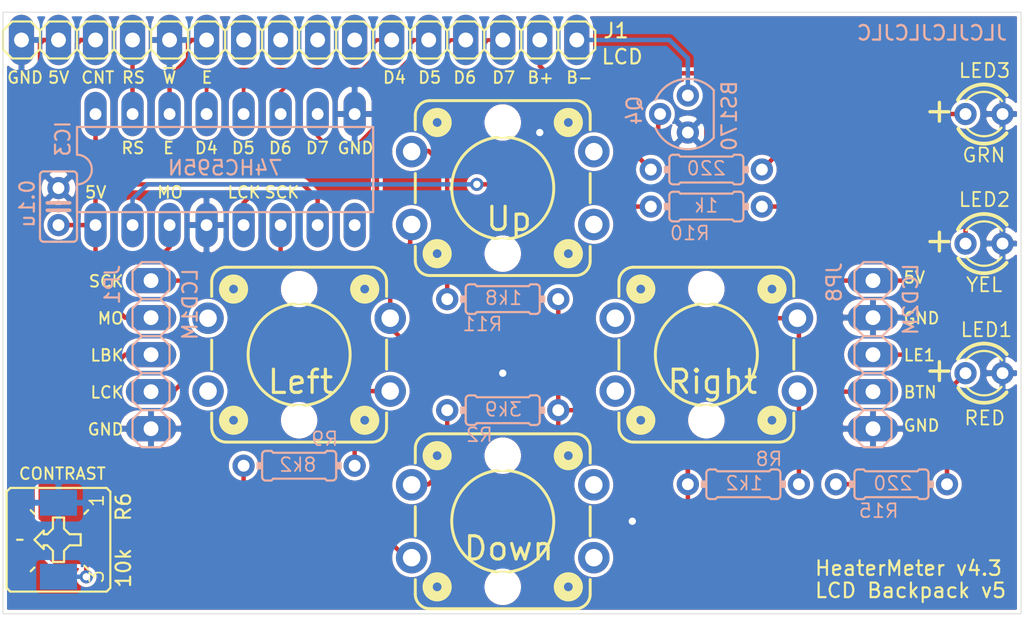
<source format=kicad_pcb>
(kicad_pcb (version 20171130) (host pcbnew "(5.1.8)-1")
  (layers (0 Top signal) (31 Bottom signal) (34 B.Paste user) (35 F.Paste user) (36 B.SilkS user) (37 F.SilkS user) (38 B.Mask user) (39 F.Mask user) (44 Edge.Cuts user))
  (net 0 "")
  (net 1 GND)
  (net 2 +5V)
  (net 3 "Net-(IC3-Pad15)")
  (net 4 /MOSI)
  (net 5 /LCD_CLK)
  (net 6 /SCK)
  (net 7 "Net-(IC3-Pad9)")
  (net 8 /D5)
  (net 9 /D6)
  (net 10 /D4)
  (net 11 /E)
  (net 12 /D7)
  (net 13 /RS)
  (net 14 "Net-(IC3-Pad1)")
  (net 15 /BKLT_GND)
  (net 16 "Net-(J1-Pad10)")
  (net 17 "Net-(J1-Pad9)")
  (net 18 "Net-(J1-Pad8)")
  (net 19 "Net-(J1-Pad7)")
  (net 20 "Net-(J1-Pad3)")
  (net 21 /LCD_BKLT)
  (net 22 /BUTTONS)
  (net 23 /LED1)
  (net 24 "Net-(LED1-PadA)")
  (net 25 "Net-(LED2-PadA)")
  (net 26 "Net-(LED3-PadA)")
  (net 27 "Net-(R2-Pad1)")
  (net 28 "Net-(R8-Pad1)")
  (net 29 "Net-(R9-Pad1)")
  (net 30 "Net-(R11-Pad1)")
  (net 31 "Net-(S1-Pad2)")
  (net 32 "Net-(S1-Pad4)")
  (net 33 "Net-(S2-Pad2)")
  (net 34 "Net-(S2-Pad4)")
  (net 35 "Net-(S3-Pad2)")
  (net 36 "Net-(S3-Pad4)")
  (net 37 "Net-(S4-Pad2)")
  (net 38 "Net-(S4-Pad4)")
  (module LED3MM (layer Top) (at 180.8861 91.3511)
    (fp_text reference LED3 (at -1.8161 -2.413) (layer F.SilkS) (effects (font (size 0.9652 0.9652) (thickness 0.125476)) (justify left bottom)))
    (fp_text value GRN (at -1.5621 3.3909) (layer F.SilkS) (effects (font (size 0.9652 0.9652) (thickness 0.125476)) (justify left bottom)))
    (pad K thru_hole circle (at 1.27 0 45) (size 1.524 1.524) (drill 0.8128) (layers *.Cu *.Mask) (net 1 GND))
    (pad A thru_hole circle (at -1.27 0) (size 1.524 1.524) (drill 0.8128) (layers *.Cu *.Mask) (net 26 "Net-(LED3-PadA)"))
  )
  (module 0204_7 (layer Bottom) (at 133.8961 115.4811 180)
    (fp_text reference R9 (at -2.7559 1.2954) (layer B.SilkS) (effects (font (size 0.94107 0.94107) (thickness 0.122339)) (justify left bottom mirror)))
    (fp_text value 8k2 (at -1.27 -0.4826) (layer B.SilkS) (effects (font (size 0.94107 0.94107) (thickness 0.122339)) (justify left bottom mirror)))
    (pad 2 thru_hole circle (at 3.81 0 180) (size 1.524 1.524) (drill 0.8128) (layers *.Cu *.Mask) (net 2 +5V))
    (pad 1 thru_hole circle (at -3.81 0 180) (size 1.524 1.524) (drill 0.8128) (layers *.Cu *.Mask) (net 29 "Net-(R9-Pad1)"))
  )
  (module C025-025X050 (layer Bottom) (at 117.3861 97.7011 90)
    (fp_text reference C10 hide)
    (fp_text value 0.1u (at 1.9431 -1.5621 90) (layer B.SilkS) (effects (justify left bottom mirror)))
    (pad 1 thru_hole circle (at -1.27 0 90) (size 1.524 1.524) (drill 0.8128) (layers *.Cu *.Mask) (net 2 +5V))
    (pad 2 thru_hole circle (at 1.27 0 90) (size 1.524 1.524) (drill 0.8128) (layers *.Cu *.Mask) (net 1 GND))
  )
  (module 1X16 (layer Top) (at 133.8961 86.2711)
    (fp_text reference J1 (at 20.7899 -0.0508) (layer F.SilkS) (effects (justify left bottom)))
    (fp_text value LCD (at 20.6629 1.7399) (layer F.SilkS) (effects (justify left bottom)))
    (pad 16 thru_hole oval (at 19.05 0 90) (size 3.4544 1.7272) (drill 1.016) (layers *.Cu *.Mask) (net 15 /BKLT_GND))
    (pad 15 thru_hole oval (at 16.51 0 90) (size 3.4544 1.7272) (drill 1.016) (layers *.Cu *.Mask) (net 2 +5V))
    (pad 14 thru_hole oval (at 13.97 0 90) (size 3.4544 1.7272) (drill 1.016) (layers *.Cu *.Mask) (net 12 /D7))
    (pad 13 thru_hole oval (at 11.43 0 90) (size 3.4544 1.7272) (drill 1.016) (layers *.Cu *.Mask) (net 9 /D6))
    (pad 12 thru_hole oval (at 8.89 0 90) (size 3.4544 1.7272) (drill 1.016) (layers *.Cu *.Mask) (net 8 /D5))
    (pad 11 thru_hole oval (at 6.35 0 90) (size 3.4544 1.7272) (drill 1.016) (layers *.Cu *.Mask) (net 10 /D4))
    (pad 10 thru_hole oval (at 3.81 0 90) (size 3.4544 1.7272) (drill 1.016) (layers *.Cu *.Mask) (net 16 "Net-(J1-Pad10)"))
    (pad 9 thru_hole oval (at 1.27 0 90) (size 3.4544 1.7272) (drill 1.016) (layers *.Cu *.Mask) (net 17 "Net-(J1-Pad9)"))
    (pad 8 thru_hole oval (at -1.27 0 90) (size 3.4544 1.7272) (drill 1.016) (layers *.Cu *.Mask) (net 18 "Net-(J1-Pad8)"))
    (pad 7 thru_hole oval (at -3.81 0 90) (size 3.4544 1.7272) (drill 1.016) (layers *.Cu *.Mask) (net 19 "Net-(J1-Pad7)"))
    (pad 6 thru_hole oval (at -6.35 0 90) (size 3.4544 1.7272) (drill 1.016) (layers *.Cu *.Mask) (net 11 /E))
    (pad 5 thru_hole oval (at -8.89 0 90) (size 3.4544 1.7272) (drill 1.016) (layers *.Cu *.Mask) (net 1 GND))
    (pad 4 thru_hole oval (at -11.43 0 90) (size 3.4544 1.7272) (drill 1.016) (layers *.Cu *.Mask) (net 13 /RS))
    (pad 3 thru_hole oval (at -13.97 0 90) (size 3.4544 1.7272) (drill 1.016) (layers *.Cu *.Mask) (net 20 "Net-(J1-Pad3)"))
    (pad 2 thru_hole oval (at -16.51 0 90) (size 3.4544 1.7272) (drill 1.016) (layers *.Cu *.Mask) (net 2 +5V))
    (pad 1 thru_hole oval (at -19.05 0 90) (size 3.4544 1.7272) (drill 1.016) (layers *.Cu *.Mask) (net 1 GND))
  )
  (module DIL16 (layer Bottom) (at 128.8161 95.1611)
    (fp_text reference IC3 (at -10.541 -3.429 90) (layer B.SilkS) (effects (justify left bottom mirror)))
    (fp_text value 74HC595N (at 4.0259 0.4699) (layer B.SilkS) (effects (justify left bottom mirror)))
    (pad 16 thru_hole oval (at -8.89 3.81 270) (size 3.048 1.524) (drill 0.8128) (layers *.Cu *.Mask) (net 2 +5V))
    (pad 15 thru_hole oval (at -6.35 3.81 270) (size 3.048 1.524) (drill 0.8128) (layers *.Cu *.Mask) (net 3 "Net-(IC3-Pad15)"))
    (pad 14 thru_hole oval (at -3.81 3.81 270) (size 3.048 1.524) (drill 0.8128) (layers *.Cu *.Mask) (net 4 /MOSI))
    (pad 13 thru_hole oval (at -1.27 3.81 270) (size 3.048 1.524) (drill 0.8128) (layers *.Cu *.Mask) (net 1 GND))
    (pad 12 thru_hole oval (at 1.27 3.81 270) (size 3.048 1.524) (drill 0.8128) (layers *.Cu *.Mask) (net 5 /LCD_CLK))
    (pad 11 thru_hole oval (at 3.81 3.81 270) (size 3.048 1.524) (drill 0.8128) (layers *.Cu *.Mask) (net 6 /SCK))
    (pad 10 thru_hole oval (at 6.35 3.81 270) (size 3.048 1.524) (drill 0.8128) (layers *.Cu *.Mask) (net 2 +5V))
    (pad 9 thru_hole oval (at 8.89 3.81 270) (size 3.048 1.524) (drill 0.8128) (layers *.Cu *.Mask) (net 7 "Net-(IC3-Pad9)"))
    (pad 5 thru_hole oval (at 1.27 -3.81 270) (size 3.048 1.524) (drill 0.8128) (layers *.Cu *.Mask) (net 8 /D5))
    (pad 6 thru_hole oval (at 3.81 -3.81 270) (size 3.048 1.524) (drill 0.8128) (layers *.Cu *.Mask) (net 9 /D6))
    (pad 4 thru_hole oval (at -1.27 -3.81 270) (size 3.048 1.524) (drill 0.8128) (layers *.Cu *.Mask) (net 10 /D4))
    (pad 3 thru_hole oval (at -3.81 -3.81 270) (size 3.048 1.524) (drill 0.8128) (layers *.Cu *.Mask) (net 11 /E))
    (pad 8 thru_hole oval (at 8.89 -3.81 270) (size 3.048 1.524) (drill 0.8128) (layers *.Cu *.Mask) (net 1 GND))
    (pad 7 thru_hole oval (at 6.35 -3.81 270) (size 3.048 1.524) (drill 0.8128) (layers *.Cu *.Mask) (net 12 /D7))
    (pad 2 thru_hole oval (at -6.35 -3.81 270) (size 3.048 1.524) (drill 0.8128) (layers *.Cu *.Mask) (net 13 /RS))
    (pad 1 thru_hole oval (at -8.89 -3.81 270) (size 3.048 1.524) (drill 0.8128) (layers *.Cu *.Mask) (net 14 "Net-(IC3-Pad1)"))
  )
  (module 0204_7 (layer Bottom) (at 161.8361 97.7011)
    (fp_text reference R10 (at -2.5781 2.3749) (layer B.SilkS) (effects (font (size 0.94107 0.94107) (thickness 0.122339)) (justify right bottom mirror)))
    (fp_text value 1k (at -0.9271 0.479779) (layer B.SilkS) (effects (font (size 0.94107 0.94107) (thickness 0.122339)) (justify right bottom mirror)))
    (pad 2 thru_hole circle (at 3.81 0) (size 1.524 1.524) (drill 0.8128) (layers *.Cu *.Mask) (net 25 "Net-(LED2-PadA)"))
    (pad 1 thru_hole circle (at -3.81 0) (size 1.524 1.524) (drill 0.8128) (layers *.Cu *.Mask) (net 3 "Net-(IC3-Pad15)"))
  )
  (module LED3MM (layer Top) (at 180.8861 100.2411)
    (fp_text reference LED2 (at -1.8161 -2.4511) (layer F.SilkS) (effects (font (size 0.9652 0.9652) (thickness 0.125476)) (justify left bottom)))
    (fp_text value YEL (at -1.3081 3.3909) (layer F.SilkS) (effects (font (size 0.9652 0.9652) (thickness 0.125476)) (justify left bottom)))
    (pad K thru_hole circle (at 1.27 0 45) (size 1.524 1.524) (drill 0.8128) (layers *.Cu *.Mask) (net 1 GND))
    (pad A thru_hole circle (at -1.27 0) (size 1.524 1.524) (drill 0.8128) (layers *.Cu *.Mask) (net 25 "Net-(LED2-PadA)"))
  )
  (module 0204_7 (layer Bottom) (at 161.8361 95.1611)
    (fp_text reference R12 hide)
    (fp_text value 220 (at -1.4351 0.4699) (layer B.SilkS) (effects (font (size 0.94107 0.94107) (thickness 0.122339)) (justify right bottom mirror)))
    (pad 2 thru_hole circle (at 3.81 0) (size 1.524 1.524) (drill 0.8128) (layers *.Cu *.Mask) (net 26 "Net-(LED3-PadA)"))
    (pad 1 thru_hole circle (at -3.81 0) (size 1.524 1.524) (drill 0.8128) (layers *.Cu *.Mask) (net 14 "Net-(IC3-Pad1)"))
  )
  (module SOT54E (layer Bottom) (at 160.5661 91.3511 270)
    (fp_text reference Q4 (at 0.8509 3.0861 90) (layer B.SilkS) (effects (justify right bottom mirror)))
    (fp_text value BS170 (at 2.6289 -3.429 90) (layer B.SilkS) (effects (justify right bottom mirror)))
    (pad S thru_hole circle (at 1.27 0 270) (size 1.524 1.524) (drill 0.8128) (layers *.Cu *.Mask) (net 1 GND))
    (pad G thru_hole circle (at 0 1.905 270) (size 1.524 1.524) (drill 0.8128) (layers *.Cu *.Mask) (net 21 /LCD_BKLT))
    (pad D thru_hole circle (at -1.27 0 270) (size 1.524 1.524) (drill 0.8128) (layers *.Cu *.Mask) (net 15 /BKLT_GND))
  )
  (module 0204_7 (layer Bottom) (at 164.3761 116.7511 180)
    (fp_text reference R8 (at -2.7559 1.1811) (layer B.SilkS) (effects (font (size 0.94107 0.94107) (thickness 0.122339)) (justify left bottom mirror)))
    (fp_text value 1k2 (at 1.3081 -0.4826) (layer B.SilkS) (effects (font (size 0.94107 0.94107) (thickness 0.122339)) (justify right bottom mirror)))
    (pad 2 thru_hole circle (at 3.81 0 180) (size 1.524 1.524) (drill 0.8128) (layers *.Cu *.Mask) (net 2 +5V))
    (pad 1 thru_hole circle (at -3.81 0 180) (size 1.524 1.524) (drill 0.8128) (layers *.Cu *.Mask) (net 28 "Net-(R8-Pad1)"))
  )
  (module 0204_7 (layer Bottom) (at 147.8661 104.0511)
    (fp_text reference R11 (at -2.837077 2.26419) (layer B.SilkS) (effects (font (size 0.94107 0.94107) (thickness 0.122339)) (justify right bottom mirror)))
    (fp_text value 1k8 (at -1.3081 0.4699) (layer B.SilkS) (effects (font (size 0.94107 0.94107) (thickness 0.122339)) (justify right bottom mirror)))
    (pad 2 thru_hole circle (at 3.81 0) (size 1.524 1.524) (drill 0.8128) (layers *.Cu *.Mask) (net 2 +5V))
    (pad 1 thru_hole circle (at -3.81 0) (size 1.524 1.524) (drill 0.8128) (layers *.Cu *.Mask) (net 30 "Net-(R11-Pad1)"))
  )
  (module 0204_7 (layer Bottom) (at 147.8661 111.6711)
    (fp_text reference R2 (at -2.602895 2.243406) (layer B.SilkS) (effects (font (size 0.94107 0.94107) (thickness 0.122339)) (justify right bottom mirror)))
    (fp_text value 3k9 (at -1.322123 0.49948) (layer B.SilkS) (effects (font (size 0.94107 0.94107) (thickness 0.122339)) (justify right bottom mirror)))
    (pad 2 thru_hole circle (at 3.81 0) (size 1.524 1.524) (drill 0.8128) (layers *.Cu *.Mask) (net 2 +5V))
    (pad 1 thru_hole circle (at -3.81 0) (size 1.524 1.524) (drill 0.8128) (layers *.Cu *.Mask) (net 27 "Net-(R2-Pad1)"))
  )
  (module 0204_7 (layer Bottom) (at 174.5361 116.7511)
    (fp_text reference R15 (at -2.3241 2.3749) (layer B.SilkS) (effects (font (size 0.94107 0.94107) (thickness 0.122339)) (justify right bottom mirror)))
    (fp_text value 220 (at -1.329941 0.49036) (layer B.SilkS) (effects (font (size 0.94107 0.94107) (thickness 0.122339)) (justify right bottom mirror)))
    (pad 2 thru_hole circle (at 3.81 0) (size 1.524 1.524) (drill 0.8128) (layers *.Cu *.Mask) (net 24 "Net-(LED1-PadA)"))
    (pad 1 thru_hole circle (at -3.81 0) (size 1.524 1.524) (drill 0.8128) (layers *.Cu *.Mask) (net 23 /LED1))
  )
  (module LED3MM (layer Top) (at 180.8861 109.1311)
    (fp_text reference LED1 (at -1.6891 -2.413) (layer F.SilkS) (effects (font (size 0.9652 0.9652) (thickness 0.125476)) (justify left bottom)))
    (fp_text value RED (at -1.4351 3.6449) (layer F.SilkS) (effects (font (size 0.9652 0.9652) (thickness 0.125476)) (justify left bottom)))
    (pad K thru_hole circle (at 1.27 0 45) (size 1.524 1.524) (drill 0.8128) (layers *.Cu *.Mask) (net 1 GND))
    (pad A thru_hole circle (at -1.27 0) (size 1.524 1.524) (drill 0.8128) (layers *.Cu *.Mask) (net 24 "Net-(LED1-PadA)"))
  )
  (module 1X05 (layer Bottom) (at 123.7361 107.8611 270)
    (fp_text reference JP1 (at -6.2611 2.0701 270) (layer B.SilkS) (effects (justify left bottom mirror)))
    (fp_text value LCD1M (at -6.0071 -3.2639 270) (layer B.SilkS) (effects (justify left bottom mirror)))
    (pad 5 thru_hole oval (at 5.08 0 180) (size 3.4544 1.7272) (drill 1.016) (layers *.Cu *.Mask) (net 1 GND))
    (pad 4 thru_hole oval (at 2.54 0 180) (size 3.4544 1.7272) (drill 1.016) (layers *.Cu *.Mask) (net 5 /LCD_CLK))
    (pad 3 thru_hole oval (at 0 0 180) (size 3.4544 1.7272) (drill 1.016) (layers *.Cu *.Mask) (net 21 /LCD_BKLT))
    (pad 2 thru_hole oval (at -2.54 0 180) (size 3.4544 1.7272) (drill 1.016) (layers *.Cu *.Mask) (net 4 /MOSI))
    (pad 1 thru_hole oval (at -5.08 0 180) (size 3.4544 1.7272) (drill 1.016) (layers *.Cu *.Mask) (net 6 /SCK))
  )
  (module TACT-OMRON-12MM (layer Top) (at 147.8661 96.4311 180)
    (fp_text reference S1 hide)
    (fp_text value UP hide)
    (pad "" np_thru_hole circle (at 0 4.5 180) (size 2 2) (drill 2) (layers *.Cu *.Mask))
    (pad "" np_thru_hole circle (at 0 -4.5 180) (size 2 2) (drill 2) (layers *.Cu *.Mask))
    (pad 3 thru_hole circle (at 6.25 -2.5 180) (size 2.159 2.159) (drill 1.2) (layers *.Cu *.Mask) (net 22 /BUTTONS))
    (pad 1 thru_hole circle (at 6.25 2.5 180) (size 2.159 2.159) (drill 1.2) (layers *.Cu *.Mask) (net 30 "Net-(R11-Pad1)"))
    (pad 2 thru_hole circle (at -6.25 2.5 180) (size 2.159 2.159) (drill 1.2) (layers *.Cu *.Mask) (net 31 "Net-(S1-Pad2)"))
    (pad 4 thru_hole circle (at -6.25 -2.5 180) (size 2.159 2.159) (drill 1.2) (layers *.Cu *.Mask) (net 32 "Net-(S1-Pad4)"))
  )
  (module TACT-OMRON-12MM (layer Top) (at 133.8961 107.8611)
    (fp_text reference S2 hide)
    (fp_text value LEFT hide)
    (pad "" np_thru_hole circle (at 0 4.5) (size 2 2) (drill 2) (layers *.Cu *.Mask))
    (pad "" np_thru_hole circle (at 0 -4.5) (size 2 2) (drill 2) (layers *.Cu *.Mask))
    (pad 3 thru_hole circle (at 6.25 -2.5) (size 2.159 2.159) (drill 1.2) (layers *.Cu *.Mask) (net 22 /BUTTONS))
    (pad 1 thru_hole circle (at 6.25 2.5) (size 2.159 2.159) (drill 1.2) (layers *.Cu *.Mask) (net 29 "Net-(R9-Pad1)"))
    (pad 2 thru_hole circle (at -6.25 2.5) (size 2.159 2.159) (drill 1.2) (layers *.Cu *.Mask) (net 33 "Net-(S2-Pad2)"))
    (pad 4 thru_hole circle (at -6.25 -2.5) (size 2.159 2.159) (drill 1.2) (layers *.Cu *.Mask) (net 34 "Net-(S2-Pad4)"))
  )
  (module TACT-OMRON-12MM (layer Top) (at 161.8361 107.8611)
    (fp_text reference S3 hide)
    (fp_text value RIGHT hide)
    (pad "" np_thru_hole circle (at 0 4.5) (size 2 2) (drill 2) (layers *.Cu *.Mask))
    (pad "" np_thru_hole circle (at 0 -4.5) (size 2 2) (drill 2) (layers *.Cu *.Mask))
    (pad 3 thru_hole circle (at 6.25 -2.5) (size 2.159 2.159) (drill 1.2) (layers *.Cu *.Mask) (net 22 /BUTTONS))
    (pad 1 thru_hole circle (at 6.25 2.5) (size 2.159 2.159) (drill 1.2) (layers *.Cu *.Mask) (net 28 "Net-(R8-Pad1)"))
    (pad 2 thru_hole circle (at -6.25 2.5) (size 2.159 2.159) (drill 1.2) (layers *.Cu *.Mask) (net 35 "Net-(S3-Pad2)"))
    (pad 4 thru_hole circle (at -6.25 -2.5) (size 2.159 2.159) (drill 1.2) (layers *.Cu *.Mask) (net 36 "Net-(S3-Pad4)"))
  )
  (module TACT-OMRON-12MM (layer Top) (at 147.8661 119.2911 180)
    (fp_text reference S4 hide)
    (fp_text value DOWN hide)
    (pad "" np_thru_hole circle (at 0 4.5 180) (size 2 2) (drill 2) (layers *.Cu *.Mask))
    (pad "" np_thru_hole circle (at 0 -4.5 180) (size 2 2) (drill 2) (layers *.Cu *.Mask))
    (pad 3 thru_hole circle (at 6.25 -2.5 180) (size 2.159 2.159) (drill 1.2) (layers *.Cu *.Mask) (net 22 /BUTTONS))
    (pad 1 thru_hole circle (at 6.25 2.5 180) (size 2.159 2.159) (drill 1.2) (layers *.Cu *.Mask) (net 27 "Net-(R2-Pad1)"))
    (pad 2 thru_hole circle (at -6.25 2.5 180) (size 2.159 2.159) (drill 1.2) (layers *.Cu *.Mask) (net 37 "Net-(S4-Pad2)"))
    (pad 4 thru_hole circle (at -6.25 -2.5 180) (size 2.159 2.159) (drill 1.2) (layers *.Cu *.Mask) (net 38 "Net-(S4-Pad4)"))
  )
  (module 1X05 (layer Bottom) (at 173.2661 107.8611 270)
    (fp_text reference JP8 (at -6.4262 2.0701 270) (layer B.SilkS) (effects (justify left bottom mirror)))
    (fp_text value LCD2M (at -6.35 -3.175 270) (layer B.SilkS) (effects (justify left bottom mirror)))
    (pad 5 thru_hole oval (at 5.08 0 180) (size 3.4544 1.7272) (drill 1.016) (layers *.Cu *.Mask) (net 1 GND))
    (pad 4 thru_hole oval (at 2.54 0 180) (size 3.4544 1.7272) (drill 1.016) (layers *.Cu *.Mask) (net 22 /BUTTONS))
    (pad 3 thru_hole oval (at 0 0 180) (size 3.4544 1.7272) (drill 1.016) (layers *.Cu *.Mask) (net 23 /LED1))
    (pad 2 thru_hole oval (at -2.54 0 180) (size 3.4544 1.7272) (drill 1.016) (layers *.Cu *.Mask) (net 1 GND))
    (pad 1 thru_hole oval (at -5.08 0 180) (size 3.4544 1.7272) (drill 1.016) (layers *.Cu *.Mask) (net 2 +5V))
  )
  (module POT-CT6-SIDE (layer Top) (at 117.3861 120.5611 90)
    (fp_text reference R6 (at 1.1811 5.0419 90) (layer F.SilkS) (effects (justify left bottom)))
    (fp_text value 10k (at -3.3909 5.0419 90) (layer F.SilkS) (effects (justify left bottom)))
    (fp_text user 1 (at 2.159 3.175 90) (layer F.SilkS) (effects (font (size 0.94107 0.94107) (thickness 0.118872)) (justify left bottom)))
    (fp_text user 3 (at -3.048 3.175 90) (layer F.SilkS) (effects (font (size 0.94107 0.94107) (thickness 0.118872)) (justify left bottom)))
    (pad A smd rect (at 2.54 0 180) (size 2.54 1.778) (layers Bottom B.Paste B.Mask) (net 1 GND))
    (pad E smd rect (at -2.54 0 180) (size 2.54 1.778) (layers Bottom B.Paste B.Mask) (net 2 +5V))
    (pad S smd rect (at 0 1.27 180) (size 2.54 1.778) (layers Top F.Paste F.Mask) (net 20 "Net-(J1-Pad3)"))
  )
  (gr_text JLCJLCJLCJLC (at 182.5625 85.7885) (layer B.SilkS) (effects (font (size 1 1) (thickness 0.16)) (justify left mirror)))
  (gr_line (start 113.5761 125.6411) (end 183.4261 125.6411) (layer Edge.Cuts) (width 0.05))
  (gr_line (start 183.4261 125.6411) (end 183.4261 84.3661) (layer Edge.Cuts) (width 0.05))
  (gr_line (start 183.4261 84.3661) (end 113.5761 84.3661) (layer Edge.Cuts) (width 0.05))
  (gr_line (start 113.5761 84.3661) (end 113.5761 125.6411) (layer Edge.Cuts) (width 0.05))
  (gr_text D4 (at 139.573 89.3191) (layer F.SilkS) (effects (font (size 0.8 0.8) (thickness 0.13)) (justify left bottom)))
  (gr_text D5 (at 141.986 89.3191) (layer F.SilkS) (effects (font (size 0.8 0.8) (thickness 0.13)) (justify left bottom)))
  (gr_text D6 (at 144.399 89.3191) (layer F.SilkS) (effects (font (size 0.8 0.8) (thickness 0.13)) (justify left bottom)))
  (gr_text D7 (at 147.066 89.3191) (layer F.SilkS) (effects (font (size 0.8 0.8) (thickness 0.13)) (justify left bottom)))
  (gr_text E (at 127.127 89.3191) (layer F.SilkS) (effects (font (size 0.8 0.8) (thickness 0.13)) (justify left bottom)))
  (gr_text ~W (at 124.46 89.3191) (layer F.SilkS) (effects (font (size 0.8 0.8) (thickness 0.13)) (justify left bottom)))
  (gr_text RS (at 121.666 89.3191) (layer F.SilkS) (effects (font (size 0.8 0.8) (thickness 0.13)) (justify left bottom)))
  (gr_text CNT (at 118.872 89.3191) (layer F.SilkS) (effects (font (size 0.8 0.8) (thickness 0.13)) (justify left bottom)))
  (gr_text 5V (at 116.586 89.3191) (layer F.SilkS) (effects (font (size 0.8 0.8) (thickness 0.13)) (justify left bottom)))
  (gr_text GND (at 113.792 89.3191) (layer F.SilkS) (effects (font (size 0.8 0.8) (thickness 0.13)) (justify left bottom)))
  (gr_text B+ (at 149.479 89.3191) (layer F.SilkS) (effects (font (size 0.8 0.8) (thickness 0.13)) (justify left bottom)))
  (gr_text B- (at 152.146 89.3191) (layer F.SilkS) (effects (font (size 0.8 0.8) (thickness 0.13)) (justify left bottom)))
  (gr_text + (at 176.627068 109.849891) (layer F.SilkS) (effects (font (size 1.6891 1.6891) (thickness 0.23114)) (justify left bottom)))
  (gr_text + (at 176.627068 100.964078) (layer F.SilkS) (effects (font (size 1.6891 1.6891) (thickness 0.23114)) (justify left bottom)))
  (gr_text + (at 176.627068 92.058031) (layer F.SilkS) (effects (font (size 1.6891 1.6891) (thickness 0.23114)) (justify left bottom)))
  (gr_text 5V (at 175.2981 103.0351) (layer F.SilkS) (effects (font (size 0.8 0.8) (thickness 0.13)) (justify left bottom)))
  (gr_text GND (at 175.2981 105.8291) (layer F.SilkS) (effects (font (size 0.8 0.8) (thickness 0.13)) (justify left bottom)))
  (gr_text LE1 (at 175.2981 108.3691) (layer F.SilkS) (effects (font (size 0.8 0.8) (thickness 0.13)) (justify left bottom)))
  (gr_text BTN (at 175.2981 110.9091) (layer F.SilkS) (effects (font (size 0.8 0.8) (thickness 0.13)) (justify left bottom)))
  (gr_text MO (at 121.92 104.902) (layer F.SilkS) (effects (font (size 0.8 0.8) (thickness 0.13)) (justify right top)))
  (gr_text SCK (at 121.92 102.362) (layer F.SilkS) (effects (font (size 0.8 0.8) (thickness 0.13)) (justify right top)))
  (gr_text GND (at 121.92 112.522) (layer F.SilkS) (effects (font (size 0.8 0.8) (thickness 0.13)) (justify right top)))
  (gr_text LBK (at 121.92 107.442) (layer F.SilkS) (effects (font (size 0.8 0.8) (thickness 0.13)) (justify right top)))
  (gr_text LCK (at 121.92 109.982) (layer F.SilkS) (effects (font (size 0.8 0.8) (thickness 0.13)) (justify right top)))
  (gr_text Up (at 146.5961 99.4791) (layer F.SilkS) (effects (font (size 1.59258 1.59258) (thickness 0.217932)) (justify left bottom)))
  (gr_text Right (at 159.0421 110.6551) (layer F.SilkS) (effects (font (size 1.59258 1.59258) (thickness 0.217932)) (justify left bottom)))
  (gr_text Left (at 131.6101 110.6551) (layer F.SilkS) (effects (font (size 1.59258 1.59258) (thickness 0.217932)) (justify left bottom)))
  (gr_text Down (at 145.0721 122.0851) (layer F.SilkS) (effects (font (size 1.59258 1.59258) (thickness 0.217932)) (justify left bottom)))
  (gr_text "HeaterMeter v4.3" (at 169.2021 123.1011) (layer F.SilkS) (effects (font (size 1 1)) (justify left bottom)))
  (gr_text "LCD Backpack v5" (at 169.2021 124.6251) (layer F.SilkS) (effects (font (size 1 1)) (justify left bottom)))
  (gr_text GND (at 175.2981 113.1951) (layer F.SilkS) (effects (font (size 0.8 0.8) (thickness 0.13)) (justify left bottom)))
  (gr_text CONTRAST (at 114.5921 116.4971) (layer F.SilkS) (effects (font (size 0.8 0.8) (thickness 0.13)) (justify left bottom)))
  (gr_text 5V (at 119.126 97.1931) (layer F.SilkS) (effects (font (size 0.8 0.8) (thickness 0.13)) (justify left bottom)))
  (gr_text MO (at 124.079 97.1931) (layer F.SilkS) (effects (font (size 0.8 0.8) (thickness 0.13)) (justify left bottom)))
  (gr_text LCK (at 128.905 97.1931) (layer F.SilkS) (effects (font (size 0.8 0.8) (thickness 0.13)) (justify left bottom)))
  (gr_text SCK (at 131.445 97.1931) (layer F.SilkS) (effects (font (size 0.8 0.8) (thickness 0.13)) (justify left bottom)))
  (gr_text GND (at 139.065 93.218) (layer F.SilkS) (effects (font (size 0.8 0.8) (thickness 0.13)) (justify right top)))
  (gr_text D7 (at 136.017 93.218) (layer F.SilkS) (effects (font (size 0.8 0.8) (thickness 0.13)) (justify right top)))
  (gr_text D6 (at 133.477 93.218) (layer F.SilkS) (effects (font (size 0.8 0.8) (thickness 0.13)) (justify right top)))
  (gr_text D5 (at 130.937 93.218) (layer F.SilkS) (effects (font (size 0.8 0.8) (thickness 0.13)) (justify right top)))
  (gr_text D4 (at 128.397 93.218) (layer F.SilkS) (effects (font (size 0.8 0.8) (thickness 0.13)) (justify right top)))
  (gr_text E (at 125.3871 93.218) (layer F.SilkS) (effects (font (size 0.8 0.8) (thickness 0.13)) (justify right top)))
  (gr_text RS (at 123.3551 93.218) (layer F.SilkS) (effects (font (size 0.8 0.8) (thickness 0.13)) (justify right top)))
  (via (at 147.8661 109.1311) (size 0.9064) (drill 0.5) (layers Top Bottom) (net 1))
  (via (at 156.7561 119.2911) (size 0.9064) (drill 0.5) (layers Top Bottom) (net 1))
  (via (at 150.4061 92.6211) (size 0.9064) (drill 0.5) (layers Top Bottom) (net 1))
  (segment (start 177.0761 104.5591) (end 177.0761 116.4971) (width 0.3048) (layer Top) (net 2))
  (segment (start 115.1001 91.3511) (end 116.1161 90.3351) (width 0.3048) (layer Top) (net 2))
  (segment (start 116.1161 90.3351) (end 116.1161 86.5251) (width 0.3048) (layer Top) (net 2))
  (segment (start 116.1161 86.5251) (end 116.3701 86.2711) (width 0.3048) (layer Top) (net 2))
  (segment (start 116.3701 86.2711) (end 117.3861 86.2711) (width 0.3048) (layer Top) (net 2))
  (segment (start 161.8361 94.9071) (end 161.8361 90.5891) (width 0.3048) (layer Top) (net 2))
  (segment (start 150.4061 88.0491) (end 150.4061 86.2711) (width 0.3048) (layer Top) (net 2))
  (segment (start 153.2001 88.5571) (end 150.9141 88.5571) (width 0.3048) (layer Top) (net 2))
  (segment (start 150.9141 88.5571) (end 150.4061 88.0491) (width 0.3048) (layer Top) (net 2))
  (segment (start 166.9161 124.3711) (end 160.5661 124.3711) (width 0.3048) (layer Top) (net 2))
  (segment (start 160.5661 124.3711) (end 151.6761 124.3711) (width 0.3048) (layer Top) (net 2))
  (segment (start 151.6761 124.3711) (end 149.3901 122.0851) (width 0.3048) (layer Top) (net 2))
  (segment (start 149.3901 122.0851) (end 146.3421 122.0851) (width 0.3048) (layer Top) (net 2))
  (segment (start 146.3421 122.0851) (end 144.0561 124.3711) (width 0.3048) (layer Top) (net 2))
  (segment (start 117.3861 98.9711) (end 119.9261 98.9711) (width 0.3048) (layer Top) (net 2))
  (segment (start 119.9261 96.9391) (end 120.6881 96.1771) (width 0.3048) (layer Top) (net 2))
  (segment (start 120.6881 96.1771) (end 134.1501 96.1771) (width 0.3048) (layer Top) (net 2))
  (segment (start 134.1501 96.1771) (end 135.1661 97.1931) (width 0.3048) (layer Top) (net 2))
  (segment (start 135.1661 97.1931) (end 135.1661 98.9711) (width 0.3048) (layer Top) (net 2))
  (segment (start 119.9261 98.9711) (end 119.9261 96.9391) (width 0.3048) (layer Top) (net 2))
  (segment (start 119.9261 98.9711) (end 119.9261 100.2411) (width 0.3048) (layer Top) (net 2))
  (segment (start 119.9261 100.2411) (end 119.9261 101.5111) (width 0.3048) (layer Top) (net 2))
  (segment (start 119.9261 101.5111) (end 119.9261 114.2111) (width 0.3048) (layer Top) (net 2))
  (segment (start 177.0761 104.5591) (end 177.0761 104.0511) (width 0.3048) (layer Top) (net 2))
  (segment (start 177.0761 104.0511) (end 175.8061 102.7811) (width 0.3048) (layer Top) (net 2))
  (segment (start 175.8061 102.7811) (end 173.2661 102.7811) (width 0.3048) (layer Top) (net 2))
  (segment (start 173.2661 102.7811) (end 169.7101 102.7811) (width 0.3048) (layer Top) (net 2))
  (segment (start 160.5661 115.7351) (end 160.5661 116.7511) (width 0.3048) (layer Top) (net 2))
  (segment (start 160.5661 116.7511) (end 160.5661 115.7351) (width 0.3048) (layer Top) (net 2))
  (segment (start 160.5661 115.7351) (end 158.5341 113.7031) (width 0.3048) (layer Top) (net 2))
  (segment (start 158.5341 113.7031) (end 155.9941 113.7031) (width 0.3048) (layer Top) (net 2))
  (segment (start 155.9941 113.7031) (end 153.9621 111.6711) (width 0.3048) (layer Top) (net 2))
  (segment (start 153.9621 111.6711) (end 151.6761 111.6711) (width 0.3048) (layer Top) (net 2))
  (segment (start 137.1981 123.8631) (end 130.0861 116.7511) (width 0.3048) (layer Top) (net 2))
  (segment (start 130.0861 116.7511) (end 130.0861 115.4811) (width 0.3048) (layer Top) (net 2))
  (segment (start 166.9161 124.3711) (end 169.2021 124.3711) (width 0.3048) (layer Top) (net 2))
  (segment (start 169.2021 124.3711) (end 177.0761 116.4971) (width 0.3048) (layer Top) (net 2))
  (segment (start 160.5661 116.7511) (end 160.5661 124.3711) (width 0.3048) (layer Top) (net 2))
  (segment (start 169.7101 102.7811) (end 168.1861 102.7811) (width 0.3048) (layer Top) (net 2))
  (segment (start 168.1861 102.7811) (end 161.8361 96.4311) (width 0.3048) (layer Top) (net 2))
  (segment (start 161.8361 96.4311) (end 161.8361 94.9071) (width 0.3048) (layer Top) (net 2))
  (segment (start 161.8361 90.5891) (end 161.8361 89.3191) (width 0.3048) (layer Top) (net 2))
  (segment (start 161.8361 89.3191) (end 161.0741 88.5571) (width 0.3048) (layer Top) (net 2))
  (segment (start 161.0741 88.5571) (end 153.2001 88.5571) (width 0.3048) (layer Top) (net 2))
  (segment (start 144.0561 124.3711) (end 123.4821 124.3711) (width 0.3048) (layer Top) (net 2))
  (segment (start 123.4821 124.3711) (end 121.1961 122.0851) (width 0.3048) (layer Top) (net 2))
  (segment (start 121.1961 122.0851) (end 119.2911 122.0851) (width 0.3048) (layer Top) (net 2))
  (segment (start 119.2911 122.0851) (end 117.1321 122.0851) (width 0.3048) (layer Top) (net 2))
  (segment (start 117.1321 122.0851) (end 115.1001 120.0531) (width 0.3048) (layer Top) (net 2))
  (segment (start 115.1001 91.3511) (end 115.1001 120.0531) (width 0.3048) (layer Top) (net 2))
  (segment (start 117.3861 123.1011) (end 119.2911 123.1011) (width 0.3048) (layer Bottom) (net 2))
  (via (at 119.2911 123.1011) (size 0.9064) (drill 0.5) (layers Top Bottom) (net 2))
  (segment (start 119.2911 123.1011) (end 119.2911 122.0851) (width 0.3048) (layer Top) (net 2))
  (segment (start 119.9261 114.2111) (end 121.1961 115.4811) (width 0.3048) (layer Top) (net 2))
  (segment (start 121.1961 115.4811) (end 121.1961 122.0851) (width 0.3048) (layer Top) (net 2))
  (segment (start 151.6761 104.0511) (end 151.6761 111.6711) (width 0.3048) (layer Top) (net 2))
  (segment (start 151.6761 111.6711) (end 151.6761 115.7351) (width 0.3048) (layer Top) (net 2))
  (segment (start 151.6761 115.7351) (end 143.5481 123.8631) (width 0.3048) (layer Top) (net 2))
  (segment (start 143.5481 123.8631) (end 137.1981 123.8631) (width 0.3048) (layer Top) (net 2))
  (segment (start 122.4661 98.9711) (end 122.4661 97.1931) (width 0.3048) (layer Bottom) (net 3))
  (segment (start 122.4661 97.1931) (end 123.4821 96.1771) (width 0.3048) (layer Bottom) (net 3))
  (segment (start 123.4821 96.1771) (end 146.0881 96.1771) (width 0.3048) (layer Bottom) (net 3))
  (via (at 146.0881 96.1771) (size 0.9064) (drill 0.5) (layers Top Bottom) (net 3))
  (segment (start 146.0881 96.1771) (end 147.8661 96.1771) (width 0.3048) (layer Top) (net 3))
  (segment (start 147.8661 96.1771) (end 148.3741 96.6851) (width 0.3048) (layer Top) (net 3))
  (segment (start 148.3741 96.6851) (end 154.9781 96.6851) (width 0.3048) (layer Top) (net 3))
  (segment (start 154.9781 96.6851) (end 155.9941 97.7011) (width 0.3048) (layer Top) (net 3))
  (segment (start 155.9941 97.7011) (end 158.0261 97.7011) (width 0.3048) (layer Top) (net 3))
  (segment (start 125.0061 100.4951) (end 125.0061 98.9711) (width 0.3048) (layer Top) (net 4))
  (segment (start 123.7361 105.3211) (end 121.9581 105.3211) (width 0.3048) (layer Top) (net 4))
  (segment (start 121.9581 105.3211) (end 121.1961 104.5591) (width 0.3048) (layer Top) (net 4))
  (segment (start 121.1961 104.5591) (end 121.1961 102.0191) (width 0.3048) (layer Top) (net 4))
  (segment (start 121.1961 102.0191) (end 122.2121 101.0031) (width 0.3048) (layer Top) (net 4))
  (segment (start 122.2121 101.0031) (end 124.4981 101.0031) (width 0.3048) (layer Top) (net 4))
  (segment (start 124.4981 101.0031) (end 125.0061 100.4951) (width 0.3048) (layer Top) (net 4))
  (segment (start 131.6101 103.2891) (end 133.8961 101.0031) (width 0.3048) (layer Top) (net 5))
  (segment (start 133.8961 101.0031) (end 133.8961 97.7011) (width 0.3048) (layer Top) (net 5))
  (segment (start 133.8961 97.7011) (end 133.1341 96.9391) (width 0.3048) (layer Top) (net 5))
  (segment (start 133.1341 96.9391) (end 130.5941 96.9391) (width 0.3048) (layer Top) (net 5))
  (segment (start 130.5941 96.9391) (end 130.0861 97.4471) (width 0.3048) (layer Top) (net 5))
  (segment (start 130.0861 97.4471) (end 130.0861 98.9711) (width 0.3048) (layer Top) (net 5))
  (segment (start 123.7361 110.4011) (end 125.2601 110.4011) (width 0.3048) (layer Top) (net 5))
  (segment (start 125.2601 110.4011) (end 126.0221 109.6391) (width 0.3048) (layer Top) (net 5))
  (segment (start 126.0221 109.6391) (end 126.0221 104.0511) (width 0.3048) (layer Top) (net 5))
  (segment (start 126.0221 104.0511) (end 126.7841 103.2891) (width 0.3048) (layer Top) (net 5))
  (segment (start 126.7841 103.2891) (end 131.6101 103.2891) (width 0.3048) (layer Top) (net 5))
  (segment (start 131.6101 102.2731) (end 132.6261 101.2571) (width 0.3048) (layer Top) (net 6))
  (segment (start 132.6261 101.2571) (end 132.6261 98.9711) (width 0.3048) (layer Top) (net 6))
  (segment (start 131.6101 102.2731) (end 126.7841 102.2731) (width 0.3048) (layer Top) (net 6))
  (segment (start 126.7841 102.2731) (end 126.2761 102.7811) (width 0.3048) (layer Top) (net 6))
  (segment (start 126.2761 102.7811) (end 123.7361 102.7811) (width 0.3048) (layer Top) (net 6))
  (segment (start 142.7861 86.2711) (end 141.7701 86.2711) (width 0.254) (layer Top) (net 8))
  (segment (start 141.7701 86.2711) (end 141.5161 86.5251) (width 0.3048) (layer Top) (net 8))
  (segment (start 141.5161 86.5251) (end 141.5161 87.5411) (width 0.254) (layer Top) (net 8))
  (segment (start 141.5161 87.5411) (end 140.2461 88.8111) (width 0.254) (layer Top) (net 8))
  (segment (start 140.2461 88.8111) (end 130.8481 88.8111) (width 0.254) (layer Top) (net 8))
  (segment (start 130.8481 88.8111) (end 130.0861 89.5731) (width 0.254) (layer Top) (net 8))
  (segment (start 130.0861 89.5731) (end 130.0861 91.3511) (width 0.254) (layer Top) (net 8))
  (segment (start 145.3261 86.2711) (end 144.3101 86.2711) (width 0.254) (layer Top) (net 9))
  (segment (start 144.3101 86.2711) (end 144.0561 86.5251) (width 0.254) (layer Top) (net 9))
  (segment (start 144.0561 86.5251) (end 144.0561 87.7951) (width 0.254) (layer Top) (net 9))
  (segment (start 144.0561 87.7951) (end 142.5321 89.3191) (width 0.254) (layer Top) (net 9))
  (segment (start 142.5321 89.3191) (end 133.1341 89.3191) (width 0.254) (layer Top) (net 9))
  (segment (start 133.1341 89.3191) (end 132.6261 89.8271) (width 0.254) (layer Top) (net 9))
  (segment (start 132.6261 89.8271) (end 132.6261 91.3511) (width 0.254) (layer Top) (net 9))
  (segment (start 140.2461 86.2711) (end 139.2301 86.2711) (width 0.254) (layer Top) (net 10))
  (segment (start 139.2301 86.2711) (end 138.9761 86.5251) (width 0.254) (layer Top) (net 10))
  (segment (start 138.9761 86.5251) (end 138.9761 87.5411) (width 0.254) (layer Top) (net 10))
  (segment (start 138.9761 87.5411) (end 138.2141 88.3031) (width 0.254) (layer Top) (net 10))
  (segment (start 138.2141 88.3031) (end 128.8161 88.3031) (width 0.254) (layer Top) (net 10))
  (segment (start 128.8161 88.3031) (end 127.5461 89.5731) (width 0.254) (layer Top) (net 10))
  (segment (start 127.5461 89.5731) (end 127.5461 91.3511) (width 0.254) (layer Top) (net 10))
  (segment (start 127.5461 86.2711) (end 126.5301 86.2711) (width 0.3048) (layer Top) (net 11))
  (segment (start 126.5301 86.2711) (end 126.2761 86.5251) (width 0.3048) (layer Top) (net 11))
  (segment (start 126.2761 86.5251) (end 126.2761 87.5411) (width 0.3048) (layer Top) (net 11))
  (segment (start 126.2761 87.5411) (end 125.0061 88.8111) (width 0.3048) (layer Top) (net 11))
  (segment (start 125.0061 88.8111) (end 125.0061 91.3511) (width 0.3048) (layer Top) (net 11))
  (segment (start 135.1661 91.3511) (end 135.1661 92.8751) (width 0.254) (layer Top) (net 12))
  (segment (start 135.1661 92.8751) (end 135.6741 93.3831) (width 0.254) (layer Top) (net 12))
  (segment (start 135.6741 93.3831) (end 137.9601 93.3831) (width 0.254) (layer Top) (net 12))
  (segment (start 137.9601 93.3831) (end 141.0081 90.3351) (width 0.254) (layer Top) (net 12))
  (segment (start 141.0081 90.3351) (end 144.0561 90.3351) (width 0.254) (layer Top) (net 12))
  (segment (start 144.0561 90.3351) (end 146.5961 87.7951) (width 0.254) (layer Top) (net 12))
  (segment (start 146.5961 87.7951) (end 146.5961 86.5251) (width 0.254) (layer Top) (net 12))
  (segment (start 146.5961 86.5251) (end 146.8501 86.2711) (width 0.254) (layer Top) (net 12))
  (segment (start 146.8501 86.2711) (end 147.8661 86.2711) (width 0.254) (layer Top) (net 12))
  (segment (start 122.4661 86.2711) (end 122.4661 91.3511) (width 0.3048) (layer Top) (net 13))
  (segment (start 119.9261 91.3511) (end 119.9261 93.1291) (width 0.3048) (layer Top) (net 14))
  (segment (start 119.9261 93.1291) (end 120.9421 94.1451) (width 0.3048) (layer Top) (net 14))
  (segment (start 120.9421 94.1451) (end 138.2141 94.1451) (width 0.3048) (layer Top) (net 14))
  (segment (start 138.2141 94.1451) (end 141.0081 91.3511) (width 0.3048) (layer Top) (net 14))
  (segment (start 141.0081 91.3511) (end 144.8181 91.3511) (width 0.3048) (layer Top) (net 14))
  (segment (start 144.8181 91.3511) (end 146.3421 89.8271) (width 0.3048) (layer Top) (net 14))
  (segment (start 146.3421 89.8271) (end 152.6921 89.8271) (width 0.3048) (layer Top) (net 14))
  (segment (start 152.6921 89.8271) (end 156.7561 93.8911) (width 0.3048) (layer Top) (net 14))
  (segment (start 156.7561 93.8911) (end 158.0261 95.1611) (width 0.3048) (layer Top) (net 14))
  (segment (start 160.5661 90.0811) (end 160.5661 87.5411) (width 0.3048) (layer Bottom) (net 15))
  (segment (start 160.5661 87.5411) (end 159.2961 86.2711) (width 0.3048) (layer Bottom) (net 15))
  (segment (start 159.2961 86.2711) (end 152.9461 86.2711) (width 0.3048) (layer Bottom) (net 15))
  (segment (start 115.6081 117.0051) (end 115.6081 91.6051) (width 0.3048) (layer Top) (net 20))
  (segment (start 115.6081 91.6051) (end 118.6561 88.5571) (width 0.3048) (layer Top) (net 20))
  (segment (start 118.6561 88.5571) (end 118.6561 86.5251) (width 0.3048) (layer Top) (net 20))
  (segment (start 118.6561 86.5251) (end 118.9101 86.2711) (width 0.3048) (layer Top) (net 20))
  (segment (start 118.9101 86.2711) (end 119.9261 86.2711) (width 0.3048) (layer Top) (net 20))
  (segment (start 118.6561 120.5611) (end 116.8781 120.5611) (width 0.3048) (layer Top) (net 20))
  (segment (start 116.8781 120.5611) (end 115.6081 119.2911) (width 0.3048) (layer Top) (net 20))
  (segment (start 115.6081 119.2911) (end 115.6081 117.0051) (width 0.3048) (layer Top) (net 20))
  (segment (start 123.7361 107.8611) (end 121.9581 107.8611) (width 0.3048) (layer Top) (net 21))
  (segment (start 121.9581 107.8611) (end 120.9421 108.8771) (width 0.3048) (layer Top) (net 21))
  (segment (start 120.9421 108.8771) (end 120.9421 112.9411) (width 0.3048) (layer Top) (net 21))
  (segment (start 139.2301 101.5111) (end 139.2301 94.1451) (width 0.3048) (layer Top) (net 21))
  (segment (start 139.2301 94.1451) (end 141.0081 92.3671) (width 0.3048) (layer Top) (net 21))
  (segment (start 141.0081 92.3671) (end 145.8341 92.3671) (width 0.3048) (layer Top) (net 21))
  (segment (start 145.8341 92.3671) (end 149.6441 96.1771) (width 0.3048) (layer Top) (net 21))
  (segment (start 149.6441 96.1771) (end 156.5021 96.1771) (width 0.3048) (layer Top) (net 21))
  (segment (start 156.5021 96.1771) (end 156.7561 96.4311) (width 0.3048) (layer Top) (net 21))
  (segment (start 156.7561 96.4311) (end 159.0421 96.4311) (width 0.3048) (layer Top) (net 21))
  (segment (start 159.0421 96.4311) (end 159.5501 95.9231) (width 0.3048) (layer Top) (net 21))
  (segment (start 159.5501 95.9231) (end 159.5501 94.6531) (width 0.3048) (layer Top) (net 21))
  (segment (start 159.5501 94.6531) (end 158.5341 93.6371) (width 0.3048) (layer Top) (net 21))
  (segment (start 158.5341 93.6371) (end 158.5341 91.4781) (width 0.3048) (layer Top) (net 21))
  (segment (start 158.5341 91.4781) (end 158.6611 91.3511) (width 0.3048) (layer Top) (net 21))
  (segment (start 120.9421 112.9411) (end 120.9421 113.7031) (width 0.3048) (layer Top) (net 21))
  (segment (start 120.9421 113.7031) (end 122.4661 115.2271) (width 0.3048) (layer Top) (net 21))
  (segment (start 122.4661 115.2271) (end 125.5141 115.2271) (width 0.3048) (layer Top) (net 21))
  (segment (start 125.5141 115.2271) (end 139.2301 101.5111) (width 0.3048) (layer Top) (net 21))
  (segment (start 140.1461 105.3611) (end 140.1461 105.9831) (width 0.3048) (layer Top) (net 22))
  (segment (start 140.1461 105.9831) (end 142.2781 108.1151) (width 0.3048) (layer Top) (net 22))
  (segment (start 142.2781 108.1151) (end 142.2781 113.4491) (width 0.3048) (layer Top) (net 22))
  (segment (start 142.2781 113.4491) (end 139.2301 116.4971) (width 0.3048) (layer Top) (net 22))
  (segment (start 139.2301 116.4971) (end 139.2301 119.7991) (width 0.3048) (layer Top) (net 22))
  (segment (start 139.2301 119.7991) (end 141.2621 121.8311) (width 0.3048) (layer Top) (net 22))
  (segment (start 141.2621 121.8311) (end 141.5761 121.8311) (width 0.3048) (layer Top) (net 22))
  (segment (start 141.5761 121.8311) (end 141.6161 121.7911) (width 0.3048) (layer Top) (net 22))
  (segment (start 142.2781 108.1151) (end 145.5801 108.1151) (width 0.3048) (layer Top) (net 22))
  (segment (start 145.5801 108.1151) (end 150.6601 103.0351) (width 0.3048) (layer Top) (net 22))
  (segment (start 150.6601 103.0351) (end 150.9141 102.7811) (width 0.3048) (layer Top) (net 22))
  (segment (start 140.1461 105.3611) (end 140.1461 101.6111) (width 0.3048) (layer Top) (net 22))
  (segment (start 140.1461 101.6111) (end 141.5161 100.2411) (width 0.3048) (layer Top) (net 22))
  (segment (start 141.5161 100.2411) (end 141.5161 99.0311) (width 0.3048) (layer Top) (net 22))
  (segment (start 141.5161 99.0311) (end 141.6161 98.9311) (width 0.3048) (layer Top) (net 22))
  (segment (start 173.2661 110.4011) (end 170.9801 110.4011) (width 0.3048) (layer Top) (net 22))
  (segment (start 170.9801 110.4011) (end 168.1861 107.6071) (width 0.3048) (layer Top) (net 22))
  (segment (start 168.1861 107.6071) (end 168.1861 105.4611) (width 0.3048) (layer Top) (net 22))
  (segment (start 168.1861 105.4611) (end 168.0861 105.3611) (width 0.3048) (layer Top) (net 22))
  (segment (start 168.0861 105.3611) (end 159.3361 105.3611) (width 0.3048) (layer Top) (net 22))
  (segment (start 159.3361 105.3611) (end 156.7561 102.7811) (width 0.3048) (layer Top) (net 22))
  (segment (start 156.7561 102.7811) (end 150.9141 102.7811) (width 0.3048) (layer Top) (net 22))
  (segment (start 150.9141 102.7811) (end 150.6601 103.0351) (width 0.3048) (layer Top) (net 22))
  (segment (start 173.2661 107.8611) (end 175.2981 107.8611) (width 0.3048) (layer Top) (net 23))
  (segment (start 175.2981 107.8611) (end 176.0601 108.6231) (width 0.3048) (layer Top) (net 23))
  (segment (start 176.0601 108.6231) (end 176.0601 114.4651) (width 0.3048) (layer Top) (net 23))
  (segment (start 176.0601 114.4651) (end 173.7741 116.7511) (width 0.3048) (layer Top) (net 23))
  (segment (start 173.7741 116.7511) (end 170.7261 116.7511) (width 0.3048) (layer Top) (net 23))
  (segment (start 178.3461 116.7511) (end 178.3461 110.4011) (width 0.3048) (layer Top) (net 24))
  (segment (start 178.3461 110.4011) (end 179.6161 109.1311) (width 0.3048) (layer Top) (net 24))
  (segment (start 165.6461 97.7011) (end 178.3461 97.7011) (width 0.3048) (layer Top) (net 25))
  (segment (start 178.3461 97.7011) (end 179.6161 98.9711) (width 0.3048) (layer Top) (net 25))
  (segment (start 179.6161 98.9711) (end 179.6161 100.2411) (width 0.3048) (layer Top) (net 25))
  (segment (start 177.0761 92.6211) (end 178.3461 91.3511) (width 0.3048) (layer Top) (net 26))
  (segment (start 178.3461 91.3511) (end 179.6161 91.3511) (width 0.3048) (layer Top) (net 26))
  (segment (start 177.0761 92.6211) (end 168.1861 92.6211) (width 0.3048) (layer Top) (net 26))
  (segment (start 168.1861 92.6211) (end 166.9161 93.8911) (width 0.3048) (layer Top) (net 26))
  (segment (start 166.9161 93.8911) (end 165.6461 95.1611) (width 0.3048) (layer Top) (net 26))
  (segment (start 144.0561 111.6711) (end 144.0561 115.4811) (width 0.3048) (layer Top) (net 27))
  (segment (start 144.0561 115.4811) (end 142.7861 116.7511) (width 0.3048) (layer Top) (net 27))
  (segment (start 142.7861 116.7511) (end 141.6561 116.7511) (width 0.3048) (layer Top) (net 27))
  (segment (start 141.6561 116.7511) (end 141.6161 116.7911) (width 0.3048) (layer Top) (net 27))
  (segment (start 168.1861 116.7511) (end 168.1861 110.4611) (width 0.3048) (layer Top) (net 28))
  (segment (start 168.1861 110.4611) (end 168.0861 110.3611) (width 0.3048) (layer Top) (net 28))
  (segment (start 140.1461 110.3611) (end 138.7621 110.3611) (width 0.3048) (layer Top) (net 29))
  (segment (start 138.7621 110.3611) (end 137.7061 111.4171) (width 0.3048) (layer Top) (net 29))
  (segment (start 137.7061 111.4171) (end 137.7061 115.4811) (width 0.3048) (layer Top) (net 29))
  (segment (start 144.0561 104.0511) (end 144.0561 95.1611) (width 0.3048) (layer Top) (net 30))
  (segment (start 144.0561 95.1611) (end 142.7861 93.8911) (width 0.3048) (layer Top) (net 30))
  (segment (start 142.7861 93.8911) (end 141.6561 93.8911) (width 0.3048) (layer Top) (net 30))
  (segment (start 141.6561 93.8911) (end 141.6161 93.9311) (width 0.3048) (layer Top) (net 30))
  (zone (net 1) (net_name GND) (layer Bottom) (priority 6) (connect_pads (clearance 0.254)) (min_thickness 0.1524) (fill yes (arc_segments 32) (thermal_gap 0.4) (thermal_bridge_width 0.4))
    (polygon (pts (xy 183.6293 125.8443) (xy 113.3729 125.8443) (xy 113.3729 83.5279) (xy 183.6293 83.5279)))
  )
  (zone (net 1) (net_name GND) (layer Top) (priority 6) (connect_pads (clearance 0.254)) (min_thickness 0.1524) (fill yes (arc_segments 32) (thermal_gap 0.4) (thermal_bridge_width 0.4))
    (polygon (pts (xy 183.5785 125.7935) (xy 113.4237 125.7935) (xy 113.4237 83.5787) (xy 183.5785 83.5787)))
  )
)
</source>
